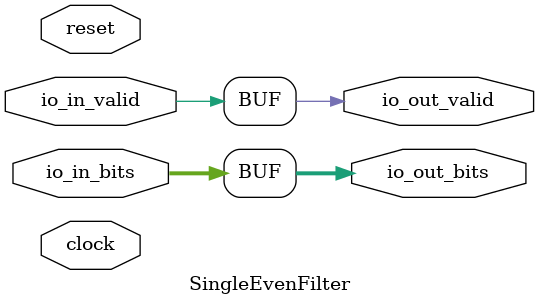
<source format=v>
module SingleEvenFilter(
  input         clock,
  input         reset,
  input         io_in_valid,
  input  [15:0] io_in_bits,
  output        io_out_valid,
  output [15:0] io_out_bits
);
  assign io_out_valid = io_in_valid; // @[SingleEvenFilter.scala 45:10]
  assign io_out_bits = io_in_bits; // @[SingleEvenFilter.scala 45:10]
endmodule

</source>
